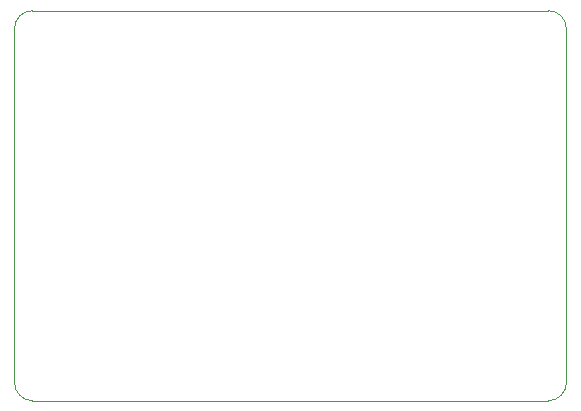
<source format=gbr>
G04 #@! TF.FileFunction,Profile,NP*
%FSLAX46Y46*%
G04 Gerber Fmt 4.6, Leading zero omitted, Abs format (unit mm)*
G04 Created by KiCad (PCBNEW 4.0.7) date 10/27/18 14:09:12*
%MOMM*%
%LPD*%
G01*
G04 APERTURE LIST*
%ADD10C,0.100000*%
G04 APERTURE END LIST*
D10*
X168148000Y-113792000D02*
G75*
G03X166624000Y-112268000I-1524000J0D01*
G01*
X122936000Y-112268000D02*
G75*
G03X121412000Y-113792000I0J-1524000D01*
G01*
X121412000Y-114808000D02*
X121412000Y-113792000D01*
X168148000Y-114808000D02*
X168148000Y-113792000D01*
X122936000Y-112268000D02*
X166624000Y-112268000D01*
X166624000Y-145288000D02*
G75*
G03X168148000Y-143764000I0J1524000D01*
G01*
X121412000Y-143764000D02*
G75*
G03X122936000Y-145288000I1524000J0D01*
G01*
X121412000Y-115316000D02*
X121412000Y-114808000D01*
X168148000Y-115316000D02*
X168148000Y-114808000D01*
X168148000Y-142748000D02*
X168148000Y-143764000D01*
X122936000Y-145288000D02*
X166624000Y-145288000D01*
X121412000Y-142748000D02*
X121412000Y-143764000D01*
X121412000Y-142748000D02*
X121412000Y-115316000D01*
X168148000Y-115316000D02*
X168148000Y-142748000D01*
M02*

</source>
